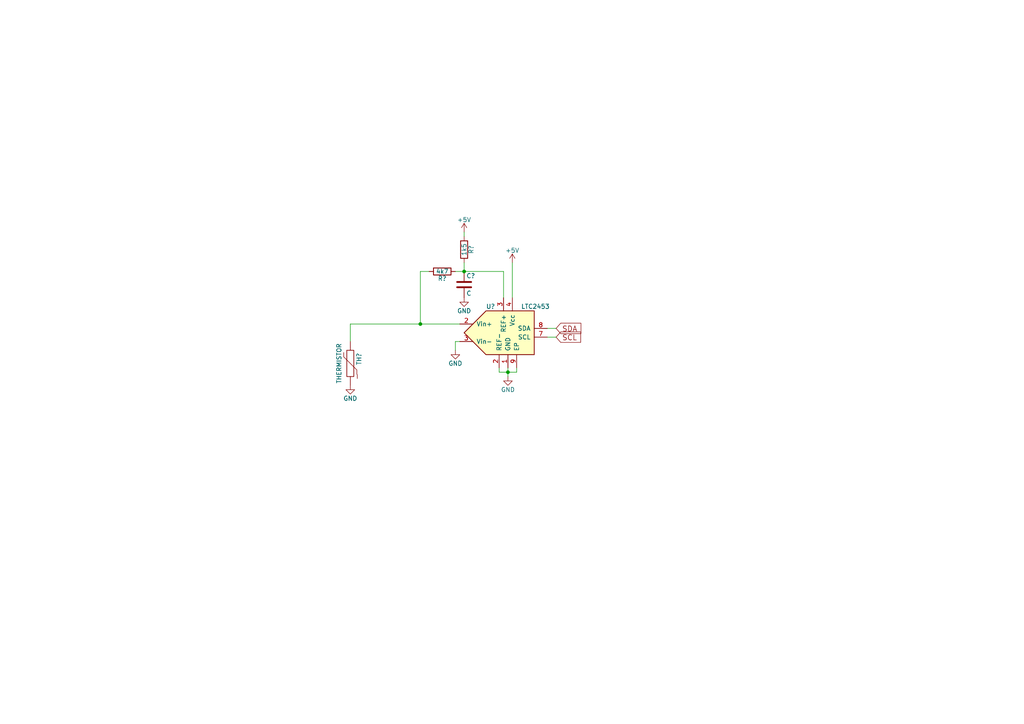
<source format=kicad_sch>
(kicad_sch (version 20230121) (generator eeschema)
  (paper "A4")
  (title_block (title "I2CADC02A") (date "2023-10-28") (company "kaklik@mlab.cz") (comment 1 "Differential, 16-Bit ∆Σ ADC With I2C Interface"))
  (lib_symbols
    (symbol "I2CADC02A-rescue:+5V-power1" (power) (pin_names (offset 0))
      (property "Value" "+5V-power1" (at 0 3.556 0))
      (symbol "+5V-power1_0_1"
        (polyline (pts (xy -0.762 1.27) (xy 0 2.54)))
        (polyline (pts (xy 0 0) (xy 0 2.54)))
        (polyline (pts (xy 0 2.54) (xy 0.762 1.27)))
      )
      (symbol "+5V-power1_1_1"
        (pin power_in line (at 0 0 90) (length 0) hide (name "+5V") (number "1"))
      )
    )
    (symbol "I2CADC02A-rescue:C-device" (pin_numbers hide) (pin_names (offset 0.254))
      (property "Reference" "C" (at 0.635 2.54 0))
      (property "Value" "device_C" (at 0.635 -2.54 0))
      (symbol "C-device_0_1"
        (polyline (pts (xy -2.032 -0.762) (xy 2.032 -0.762)) (stroke (width 0.508)))
        (polyline (pts (xy -2.032 0.762) (xy 2.032 0.762)) (stroke (width 0.508)))
      )
      (symbol "C-device_1_1"
        (pin passive line (at 0 3.81 270) (length 2.794) (name "~") (number "1"))
        (pin passive line (at 0 -3.81 90) (length 2.794) (name "~") (number "2"))
      )
    )
    (symbol "I2CADC02A-rescue:GND-power1" (power) (pin_names (offset 0))
      (property "Value" "GND-power1" (at 0 -3.81 0))
      (symbol "GND-power1_0_1"
        (polyline (pts (xy 0 0) (xy 0 -1.27) (xy 1.27 -1.27) (xy 0 -2.54) (xy -1.27 -1.27) (xy 0 -1.27)))
      )
      (symbol "GND-power1_1_1"
        (pin power_in line (at 0 0 270) (length 0) hide (name "GND") (number "1"))
      )
    )
    (symbol "I2CADC02A-rescue:LTC2453-adc-dac" (pin_names (offset 1.016))
      (property "Reference" "U" (at -5.08 7.62 0))
      (property "Value" "adc-dac_LTC2453" (at 5.08 7.62 0))
      (symbol "LTC2453-adc-dac_0_1"
        (polyline (pts (xy -5.08 6.35) (xy 8.89 6.35) (xy 8.89 0) (xy 8.89 -6.35) (xy -5.08 -6.35) (xy -11.43 0) (xy -5.08 6.35)) (stroke (width 0.254)) (fill (type background)))
      )
      (symbol "LTC2453-adc-dac_1_1"
        (pin power_in line (at 1.27 -10.16 90) (length 3.81) (name "GND") (number "1"))
        (pin passive line (at -1.27 -10.16 90) (length 3.81) (name "REF-") (number "2"))
        (pin passive line (at -12.7 2.54 0) (length 3.81) (name "Vin+") (number "2"))
        (pin passive line (at 0 10.16 270) (length 3.81) (name "REF+") (number "3"))
        (pin passive line (at -12.7 -2.54 0) (length 3.81) (name "Vin-") (number "3"))
        (pin power_in line (at 2.54 10.16 270) (length 3.81) (name "Vcc") (number "4"))
        (pin bidirectional line (at 12.7 -1.27 180) (length 3.81) (name "SCL") (number "7"))
        (pin bidirectional line (at 12.7 1.27 180) (length 3.81) (name "SDA") (number "8"))
        (pin power_in line (at 3.81 -10.16 90) (length 3.81) (name "EP") (number "9"))
      )
    )
    (symbol "I2CADC02A-rescue:R-device" (pin_numbers hide) (pin_names (offset 0))
      (property "Reference" "R" (at 2.032 0 90))
      (property "Value" "device_R" (at 0 0 90))
      (symbol "R-device_0_1"
        (rectangle (start -1.016 -2.54) (end 1.016 2.54) (stroke (width 0.254)))
      )
      (symbol "R-device_1_1"
        (pin passive line (at 0 3.81 270) (length 1.27) (name "~") (number "1"))
        (pin passive line (at 0 -3.81 90) (length 1.27) (name "~") (number "2"))
      )
    )
    (symbol "I2CADC02A-rescue:THERMISTOR-device" (pin_numbers hide) (pin_names (offset 0))
      (property "Reference" "TH" (at 2.54 1.27 90))
      (property "Value" "device_THERMISTOR" (at -2.54 0 90))
      (symbol "THERMISTOR-device_0_1"
        (rectangle (start -1.016 3.81) (end 1.016 -3.81) (stroke (width 0.2032)))
        (polyline (pts (xy -1.905 3.175) (xy -1.905 1.905) (xy 1.905 -1.905) (xy 1.905 -3.175) (xy 1.905 -3.175)))
        (text "-" (at 1.905 -3.81 900) (effects (font (size 1.524 1.524))))
      )
      (symbol "THERMISTOR-device_1_1"
        (pin passive line (at 0 6.35 270) (length 2.54) (name "~") (number "1"))
        (pin passive line (at 0 -6.35 90) (length 2.54) (name "~") (number "2"))
      )
    )
  )
  (junction (at 147.32 107.95))
  (junction (at 134.62 78.74))
  (junction (at 121.92 93.98))
  (wire (pts (xy 134.62 78.74) (xy 134.62 76.2)))
  (wire (pts (xy 124.46 78.74) (xy 121.92 78.74)))
  (wire (pts (xy 132.08 99.06) (xy 133.35 99.06)))
  (wire (pts (xy 132.08 78.74) (xy 134.62 78.74)))
  (wire (pts (xy 101.6 93.98) (xy 101.6 99.06)))
  (wire (pts (xy 149.86 107.95) (xy 149.86 106.68)))
  (wire (pts (xy 144.78 106.68) (xy 144.78 107.95)))
  (wire (pts (xy 147.32 106.68) (xy 147.32 107.95)))
  (wire (pts (xy 121.92 93.98) (xy 133.35 93.98)))
  (wire (pts (xy 158.75 97.79) (xy 161.29 97.79)))
  (wire (pts (xy 146.05 78.74) (xy 146.05 86.36)))
  (wire (pts (xy 101.6 93.98) (xy 121.92 93.98)))
  (wire (pts (xy 147.32 107.95) (xy 149.86 107.95)))
  (wire (pts (xy 161.29 95.25) (xy 158.75 95.25)))
  (wire (pts (xy 144.78 107.95) (xy 147.32 107.95)))
  (wire (pts (xy 134.62 68.58) (xy 134.62 67.31)))
  (wire (pts (xy 148.59 76.2) (xy 148.59 86.36)))
  (wire (pts (xy 134.62 78.74) (xy 146.05 78.74)))
  (wire (pts (xy 121.92 78.74) (xy 121.92 93.98)))
  (wire (pts (xy 132.08 101.6) (xy 132.08 99.06)))
  (wire (pts (xy 147.32 107.95) (xy 147.32 109.22)))
  (global_label "SCL" (shape input) (at 161.29 97.79 0) (effects (font (size 1.524 1.524))) (property "Intersheetrefs" "${INTERSHEET_REFS}" (effects hide)))
  (global_label "SDA" (shape input) (at 161.29 95.25 0) (effects (font (size 1.524 1.524))) (property "Intersheetrefs" "${INTERSHEET_REFS}" (effects hide)))
  (symbol (lib_id "I2CADC02A-rescue:GND-power1") (at 147.32 109.22 0) (mirror y) (unit 1)
    (property "Reference" "#PWR?" (effects hide))
    (property "Value" "GND" (at 147.32 113.03 0))
  )
  (symbol (lib_id "I2CADC02A-rescue:GND-power1") (at 132.08 101.6 0) (mirror y) (unit 1)
    (property "Reference" "#PWR?" (effects hide))
    (property "Value" "GND" (at 132.08 105.41 0))
  )
  (symbol (lib_id "I2CADC02A-rescue:LTC2453-adc-dac") (at 146.05 96.52 0) (unit 1)
    (property "Reference" "U?" (at 140.97 88.9 0) (effects (justify left)))
    (property "Value" "LTC2453" (at 151.13 88.9 0) (effects (justify left)))
    (property "Datasheet" "https://www.analog.com/media/en/technical-documentation/data-sheets/2453fc.pdf" (effects hide))
  )
  (symbol (lib_id "I2CADC02A-rescue:+5V-power1") (at 148.59 76.2 0) (unit 1)
    (property "Reference" "#PWR?" (effects hide))
    (property "Value" "+5V" (at 148.59 72.644 0))
  )
  (symbol (lib_id "I2CADC02A-rescue:C-device") (at 134.62 82.55 0) (unit 1)
    (property "Reference" "C?" (at 135.255 80.01 0) (effects (justify left)))
    (property "Value" "C" (at 135.255 85.09 0) (effects (justify left)))
  )
  (symbol (lib_id "I2CADC02A-rescue:GND-power1") (at 134.62 86.36 0) (mirror y) (unit 1)
    (property "Reference" "#PWR?" (effects hide))
    (property "Value" "GND" (at 134.62 90.17 0))
  )
  (symbol (lib_id "I2CADC02A-rescue:+5V-power1") (at 134.62 67.31 0) (unit 1)
    (property "Reference" "#PWR?" (effects hide))
    (property "Value" "+5V" (at 134.62 63.754 0))
  )
  (symbol (lib_id "I2CADC02A-rescue:R-device") (at 134.62 72.39 0) (unit 1)
    (property "Reference" "R?" (at 136.652 72.39 90))
    (property "Value" "1k5" (at 134.62 72.39 90))
  )
  (symbol (lib_id "I2CADC02A-rescue:R-device") (at 128.27 78.74 270) (unit 1)
    (property "Reference" "R?" (at 128.27 80.772 90))
    (property "Value" "4k7" (at 128.27 78.74 90))
  )
  (symbol (lib_id "I2CADC02A-rescue:THERMISTOR-device") (at 101.6 105.41 0) (unit 1)
    (property "Reference" "TH?" (at 104.14 104.14 90))
    (property "Value" "THERMISTOR" (at 99.06 105.41 90) (effects (justify bottom)))
  )
  (symbol (lib_id "I2CADC02A-rescue:GND-power1") (at 101.6 111.76 0) (mirror y) (unit 1)
    (property "Reference" "#PWR?" (effects hide))
    (property "Value" "GND" (at 101.6 115.57 0))
  )
)
</source>
